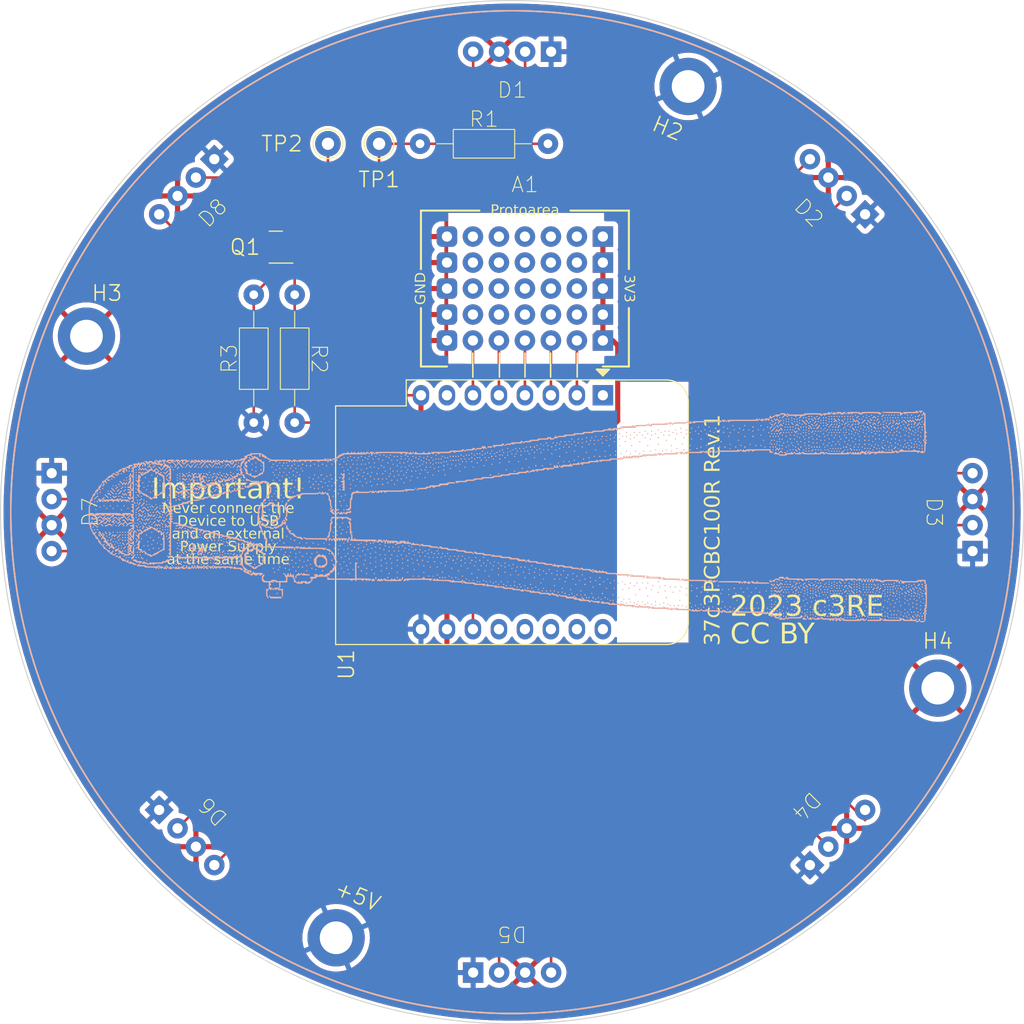
<source format=kicad_pcb>
(kicad_pcb (version 20221018) (generator pcbnew)
  (layers (0 "F.Cu" signal) (31 "B.Cu" signal) (34 "B.Paste" user) (35 "F.Paste" user) (36 "B.SilkS" user "B.Silkscreen") (37 "F.SilkS" user "F.Silkscreen") (38 "B.Mask" user) (39 "F.Mask" user) (44 "Edge.Cuts" user))
  (net 0 "")
  (net 2 "Net-(A1-Vin)")
  (net 3 "Net-(U1-A0)")
  (net 9 "Net-(U1-D0)")
  (net 10 "Net-(Q1-S)")
  (net 11 "/Dout")
  (net 12 "GND")
  (net 13 "+5V")
  (net 14 "/Din")
  (net 15 "Net-(D1-DIN)")
  (net 16 "Net-(D1-DOUT)")
  (net 17 "Net-(D2-DOUT)")
  (net 18 "Net-(D3-DOUT)")
  (net 19 "Net-(D4-DOUT)")
  (net 20 "Net-(D5-DOUT)")
  (net 21 "Net-(D6-DOUT)")
  (net 22 "Net-(D7-DOUT)")
  (net 23 "Net-(U1-MISO{slash}D6)")
  (net 24 "Net-(U1-MOSI{slash}D7)")
  (net 25 "Net-(U1-SCK{slash}D5)")
  (footprint "R_combi:1206_combi_handsolder" (layer "F.Cu") (at 147.25 64)
    (fp_text reference "R1" (at 0 -2.4 unlocked) (layer "F.SilkS") (effects (font (size 1.5 1.5) (thickness 0.1))))
    (fp_text value "100")
    (pad "1" thru_hole circle (at -6.25 0) (size 2 2) (drill 0.85) (layers "*.Cu" "*.Mask") (net 14 "/Din"))
    (pad "1" smd roundrect (at -1.55 0) (size 1.3 1.75) (layers "F.Cu" "F.Paste" "F.Mask") (roundrect_rratio 0.1640419948) (net 14 "/Din"))
    (pad "2" smd roundrect (at 1.55 0) (size 1.3 1.75) (layers "F.Cu" "F.Paste" "F.Mask") (roundrect_rratio 0.1640419948) (net 15 "Net-(D1-DIN)"))
    (pad "2" thru_hole circle (at 6.25 0) (size 2 2) (drill 0.85) (layers "*.Cu" "*.Mask") (net 15 "Net-(D1-DIN)"))
  )
  (footprint "R_combi:1206_combi_handsolder" (layer "F.Cu") (at 128.75 85 -90)
    (fp_text reference "R2" (at 0 -2.4 -90 unlocked) (layer "F.SilkS") (effects (font (size 1.5 1.5) (thickness 0.1))))
    (fp_text value "R")
    (pad "1" thru_hole circle (at -6.25 0 270) (size 2 2) (drill 0.85) (layers "*.Cu" "*.Mask") (net 2 "Net-(A1-Vin)"))
    (pad "1" smd roundrect (at -1.55 0 270) (size 1.3 1.75) (layers "F.Cu" "F.Paste" "F.Mask") (roundrect_rratio 0.1640419948) (net 2 "Net-(A1-Vin)"))
    (pad "2" smd roundrect (at 1.55 0 270) (size 1.3 1.75) (layers "F.Cu" "F.Paste" "F.Mask") (roundrect_rratio 0.1640419948) (net 10 "Net-(Q1-S)"))
    (pad "2" thru_hole circle (at 6.25 0 270) (size 2 2) (drill 0.85) (layers "*.Cu" "*.Mask") (net 10 "Net-(Q1-S)"))
  )
  (footprint "WS2812_THT:WS2812_THT" (layer "F.Cu") (at 181.8 131.8 -135)
    (fp_text reference "D4" (at 0 4.313351 -135 unlocked) (layer "F.SilkS") (effects (font (size 1.5 1.5) (thickness 0.1))))
    (fp_text value "WS2812B")
    (pad "1" thru_hole rect (at 3.81 0 225) (size 2 2) (drill 1) (layers "*.Cu" "*.Mask") (net 13 "+5V"))
    (pad "2" thru_hole circle (at 1.27 0 225) (size 2 2) (drill 1) (layers "*.Cu" "*.Mask") (net 19 "Net-(D4-DOUT)"))
    (pad "3" thru_hole circle (at -1.27 0 225) (size 2 2) (drill 1) (layers "*.Cu" "*.Mask") (net 12 "GND"))
    (pad "4" thru_hole circle (at -3.81 0 225) (size 2 2) (drill 1) (layers "*.Cu" "*.Mask") (net 18 "Net-(D3-DOUT)"))
  )
  (footprint "MountingHole:MountingHole_3.2mm_M3_DIN965_Pad" (layer "F.Cu") (at 167.2 58.4 -22.5)
    (fp_text reference "H2" (at -0.278757 4.553273 157.5) (layer "F.SilkS") (effects (font (size 1.5 1.5))))
    (fp_text value "+5V")
    (pad "1" thru_hole circle (at 0 0 337.5) (size 5.6 5.6) (drill 3.2) (layers "*.Cu" "*.Mask") (net 13 "+5V"))
  )
  (footprint "WS2812_THT:WS2812_THT" (layer "F.Cu") (at 105 100 90)
    (fp_text reference "D7" (at 0 3.75 90 unlocked) (layer "F.SilkS") (effects (font (size 1.5 1.5) (thickness 0.1))))
    (fp_text value "WS2812B")
    (pad "1" thru_hole rect (at 3.81 0 90) (size 2 2) (drill 1) (layers "*.Cu" "*.Mask") (net 13 "+5V"))
    (pad "2" thru_hole circle (at 1.27 0 90) (size 2 2) (drill 1) (layers "*.Cu" "*.Mask") (net 22 "Net-(D7-DOUT)"))
    (pad "3" thru_hole circle (at -1.27 0 90) (size 2 2) (drill 1) (layers "*.Cu" "*.Mask") (net 12 "GND"))
    (pad "4" thru_hole circle (at -3.81 0 90) (size 2 2) (drill 1) (layers "*.Cu" "*.Mask") (net 21 "Net-(D6-DOUT)"))
  )
  (footprint "Logo:c3RE_Logo_12mm_F.Mask" (layer "F.Cu") (at 172.3 78.2)
    (fp_text reference "REF**" hide)
    (fp_text value "c3RE_Logo_12mm_F.Mask")
  )
  (footprint "Module:WEMOS_D1_mini_light" (layer "F.Cu") (at 158.87 88.58 -90)
    (fp_text reference "U1" (at 26.32 25.07 90) (layer "F.SilkS") (effects (font (size 1.5 1.5))))
    (fp_text value "WeMos_D1_mini")
    (pad "1" thru_hole rect (at 0 0 270) (size 2 2) (drill 1) (layers "*.Cu" "*.Mask"))
    (pad "2" thru_hole oval (at 0 2.54 270) (size 2 1.6) (drill 1) (layers "*.Cu" "*.Mask") (net 3 "Net-(U1-A0)"))
    (pad "3" thru_hole oval (at 0 5.08 270) (size 2 1.6) (drill 1) (layers "*.Cu" "*.Mask") (net 9 "Net-(U1-D0)"))
    (pad "4" thru_hole oval (at 0 7.62 270) (size 2 1.6) (drill 1) (layers "*.Cu" "*.Mask") (net 25 "Net-(U1-SCK{slash}D5)"))
    (pad "5" thru_hole oval (at 0 10.16 270) (size 2 1.6) (drill 1) (layers "*.Cu" "*.Mask") (net 23 "Net-(U1-MISO{slash}D6)"))
    (pad "6" thru_hole oval (at 0 12.7 270) (size 2 1.6) (drill 1) (layers "*.Cu" "*.Mask") (net 24 "Net-(U1-MOSI{slash}D7)"))
    (pad "7" thru_hole oval (at 0 15.24 270) (size 2 1.6) (drill 1) (layers "*.Cu" "*.Mask"))
    (pad "8" thru_hole oval (at 0 17.78 270) (size 2 1.6) (drill 1) (layers "*.Cu" "*.Mask") (net 2 "Net-(A1-Vin)"))
    (pad "9" thru_hole oval (at 22.86 17.78 270) (size 2 1.6) (drill 1) (layers "*.Cu" "*.Mask") (net 13 "+5V"))
    (pad "10" thru_hole oval (at 22.86 15.24 270) (size 2 1.6) (drill 1) (layers "*.Cu" "*.Mask") (net 12 "GND"))
    (pad "11" thru_hole oval (at 22.86 12.7 270) (size 2 1.6) (drill 1) (layers "*.Cu" "*.Mask") (net 10 "Net-(Q1-S)"))
    (pad "12" thru_hole oval (at 22.86 10.16 270) (size 2 1.6) (drill 1) (layers "*.Cu" "*.Mask"))
    (pad "13" thru_hole oval (at 22.86 7.62 270) (size 2 1.6) (drill 1) (layers "*.Cu" "*.Mask"))
    (pad "14" thru_hole oval (at 22.86 5.08 270) (size 2 1.6) (drill 1) (layers "*.Cu" "*.Mask"))
    (pad "15" thru_hole oval (at 22.86 2.54 270) (size 2 1.6) (drill 1) (layers "*.Cu" "*.Mask"))
    (pad "16" thru_hole oval (at 22.86 0 270) (size 2 1.6) (drill 1) (layers "*.Cu" "*.Mask"))
  )
  (footprint "WS2812_THT:WS2812_THT" (layer "F.Cu") (at 150 145 180)
    (fp_text reference "D5" (at 0 3.75 180 unlocked) (layer "F.SilkS") (effects (font (size 1.5 1.5) (thickness 0.1))))
    (fp_text value "WS2812B")
    (pad "1" thru_hole rect (at 3.81 0 180) (size 2 2) (drill 1) (layers "*.Cu" "*.Mask") (net 13 "+5V"))
    (pad "2" thru_hole circle (at 1.27 0 180) (size 2 2) (drill 1) (layers "*.Cu" "*.Mask") (net 20 "Net-(D5-DOUT)"))
    (pad "3" thru_hole circle (at -1.27 0 180) (size 2 2) (drill 1) (layers "*.Cu" "*.Mask") (net 12 "GND"))
    (pad "4" thru_hole circle (at -3.81 0 180) (size 2 2) (drill 1) (layers "*.Cu" "*.Mask") (net 19 "Net-(D4-DOUT)"))
  )
  (footprint "MountingHole:MountingHole_3.2mm_M3_DIN965_Pad" (layer "F.Cu") (at 108.4 82.8)
    (fp_text reference "H3" (at 2 -4.2) (layer "F.SilkS") (effects (font (size 1.5 1.5))))
    (fp_text value "GND")
    (pad "1" thru_hole circle (at 0 0) (size 5.6 5.6) (drill 3.2) (layers "*.Cu" "*.Mask") (net 12 "GND"))
  )
  (footprint "Symbol:OSHW-Symbol_13.4x12mm_SilkScreen" (layer "F.Cu") (at 150 124)
    (fp_text reference "REF**" hide)
    (fp_text value "OSHW-Symbol_13.4x12mm_SilkScreen" hide)
  )
  (footprint "Symbol:OSHW-Symbol_13.4x12mm_Copper" (layer "F.Cu") (at 150 124)
    (fp_text reference "REF**" hide)
    (fp_text value "OSHW-Symbol_13.4x12mm_Copper" hide)
    (fp_poly (pts (xy 1.119803 -5.09936) (xy 1.288676 -4.203573) (xy 1.911796 -3.946702) (xy 2.534916 -3.689832) (xy 3.282453 -4.198151) (xy 3.491802 -4.339684) (xy 3.681043 -4.466055) (xy 3.841343 -4.571493) (xy 3.963874 -4.65023) (xy 4.039802 -4.696495) (xy 4.06048 -4.706471) (xy 4.097731 -4.680814) (xy 4.177332 -4.609885) (xy 4.290361 -4.502743) (xy 4.427895 -4.36845) (xy 4.581012 -4.216066) (xy 4.740789 -4.054653) (xy 4.898305 -3.89327) (xy 5.044637 -3.740978) (xy 5.170863 -3.606838) (xy 5.26806 -3.499911) (xy 5.327307 -3.429258) (xy 5.341471 -3.405612) (xy 5.321087 -3.362021) (xy 5.263941 -3.266519) (xy 5.176041 -3.12845) (xy 5.063396 -2.957155) (xy 4.932013 -2.761975) (xy 4.855882 -2.650648) (xy 4.717118 -2.447367) (xy 4.593811 -2.263927) (xy 4.491945 -2.109458) (xy 4.417501 -1.993091) (xy 4.376461 -1.923958) (xy 4.370294 -1.90943) (xy 4.384274 -1.86814) (xy 4.422382 -1.771908) (xy 4.478867 -1.634266) (xy 4.54798 -1.468742) (xy 4.62397 -1.288868) (xy 4.701089 -1.108172) (xy 4.773585 -0.940186) (xy 4.835709 -0.79844) (xy 4.881712 -0.696463) (xy 4.905843 -0.647786) (xy 4.907267 -0.64587) (xy 4.945158 -0.636575) (xy 5.046069 -0.61584) (xy 5.19954 -0.585702) (xy 5.395112 -0.548199) (xy 5.622325 -0.505371) (xy 5.754891 -0.480674) (xy 5.997679 -0.434447) (xy 6.216974 -0.39046) (xy 6.401681 -0.351119) (xy 6.540705 -0.318831) (xy 6.622952 -0.296003) (xy 6.639485 -0.28876) (xy 6.655678 -0.239739) (xy 6.668744 -0.129023) (xy 6.678691 0.030438) (xy 6.685528 0.2257) (xy 6.689264 0.443814) (xy 6.689907 0.671835) (xy 6.687468 0.896815) (xy 6.681953 1.105809) (xy 6.673374 1.285868) (xy 6.661737 1.424047) (xy 6.647052 1.507398) (xy 6.638245 1.52475) (xy 6.585599 1.545548) (xy 6.474043 1.575282) (xy 6.318335 1.610459) (xy 6.133229 1.647586) (xy 6.068613 1.659597) (xy 5.757071 1.716662) (xy 5.510976 1.762618) (xy 5.322195 1.799293) (xy 5.182598 1.828513) (xy 5.084052 1.852104) (xy 5.018426 1.871892) (xy 4.977589 1.889706) (xy 4.953409 1.90737) (xy 4.950026 1.910861) (xy 4.916255 1.9671) (xy 4.864737 2.076547) (xy 4.800617 2.2258) (xy 4.729039 2.401459) (xy 4.655146 2.590121) (xy 4.584083 2.778385) (xy 4.520993 2.952848) (xy 4.471021 3.100108) (xy 4.439312 3.206764) (xy 4.431008 3.259413) (xy 4.4317 3.261257) (xy 4.459836 3.304292) (xy 4.523665 3.398978) (xy 4.61648 3.53546) (xy 4.731573 3.703882) (xy 4.862237 3.89439) (xy 4.899448 3.948529) (xy 5.032129 4.144804) (xy 5.148883 4.323886) (xy 5.243349 4.475492) (xy 5.309168 4.589338) (xy 5.339978 4.655141) (xy 5.341471 4.663225) (xy 5.315584 4.705715) (xy 5.244054 4.789891) (xy 5.136076 4.906705) (xy 5.000846 5.04711) (xy 4.847558 5.202061) (xy 4.685409 5.362509) (xy 4.523593 5.519409) (xy 4.371306 5.663713) (xy 4.237743 5.786376) (xy 4.1321 5.87835) (xy 4.063572 5.930589) (xy 4.044614 5.939118) (xy 4.000487 5.919029) (xy 3.910142 5.864849) (xy 3.788295 5.785704) (xy 3.694546 5.722001) (xy 3.524678 5.60511) (xy 3.323512 5.467476) (xy 3.121733 5.330063) (xy 3.01325 5.256519) (xy 2.646058 5.008155) (xy 2.337826 5.174813) (xy 2.197404 5.247822) (xy 2.077996 5.304571) (xy 1.997202 5.336937) (xy 1.976636 5.341441) (xy 1.951906 5.308189) (xy 1.903118 5.214224) (xy 1.833913 5.068213) (xy 1.747935 4.878824) (xy 1.648824 4.654724) (xy 1.540224 4.404581) (xy 1.425775 4.137063) (xy 1.30912 3.860836) (xy 1.193901 3.584568) (xy 1.08376 3.316927) (xy 0.982339 3.06658) (xy 0.89328 2.842195) (xy 0.820225 2.652439) (xy 0.766816 2.50598) (xy 0.736695 2.411485) (xy 0.731851 2.379031) (xy 0.770245 2.337636) (xy 0.854308 2.270438) (xy 0.966467 2.1914) (xy 0.975881 2.185147) (xy 1.265768 1.953103) (xy 1.499512 1.682386) (xy 1.675087 1.381653) (xy 1.790469 1.059561) (xy 1.84363 0.724765) (xy 1.832547 0.385922) (xy 1.755192 0.051688) (xy 1.60954 -0.269281) (xy 1.566688 -0.339505) (xy 1.343802 -0.623073) (xy 1.080491 -0.850782) (xy 0.785865 -1.021449) (xy 0.469041 -1.133888) (xy 0.13913 -1.186917) (xy -0.194754 -1.179349) (xy -0.523497 -1.110002) (xy -0.837986 -0.977691) (xy -1.129107 -0.781232) (xy -1.21916 -0.701494) (xy -1.448347 -0.451892) (xy -1.615354 -0.189132) (xy -1.729915 0.105399) (xy -1.793719 0.397075) (xy -1.80947 0.725012) (xy -1.756949 1.054577) (xy -1.64149 1.37463) (xy -1.468429 1.674032) (xy -1.243101 1.941643) (xy -0.97084 2.166325) (xy -0.935058 2.190008) (xy -0.821698 2.267568) (xy -0.735522 2.334768) (xy -0.694323 2.377675) (xy -0.693724 2.379031) (xy -0.702569 2.425446) (xy -0.737631 2.530786) (xy -0.795267 2.686388) (xy -0.871834 2.883584) (xy -0.963686 3.11371) (xy -1.067183 3.368101) (xy -1.178679 3.63809) (xy -1.294532 3.915012) (xy -1.411097 4.190201) (xy -1.524733 4.454993) (xy -1.631794 4.700721) (xy -1.728638 4.918721) (xy -1.811621 5.100326) (xy -1.877099 5.236871) (xy -1.921431 5.31969) (xy -1.939283 5.341441) (xy -1.993834 5.324504) (xy -2.095905 5.279077) (xy -2.227895 5.21328) (xy -2.300474 5.174813) (xy -2.608705 5.008155) (xy -2.975897 5.256519) (xy -3.16334 5.383754) (xy -3.368557 5.523773) (xy -3.560867 5.655612) (xy -3.657193 5.722001) (xy -3.792673 5.812976) (xy -3.907393 5.885071) (xy -3.986388 5.929154) (xy -4.012046 5.938473) (xy -4.049391 5.913334) (xy -4.132042 5.843154) (xy -4.251985 5.73522) (xy -4.401209 5.596818) (xy -4.571699 5.435235) (xy -4.679526 5.331488) (xy -4.868172 5.146135) (xy -5.031205 4.980351) (xy -5.162032 4.841227) (xy -5.254065 4.735856) (xy -5.300713 4.671329) (xy -5.305188 4.658234) (xy -5.28442 4.608425) (xy -5.227031 4.507713) (xy -5.139387 4.366295) (xy -5.027854 4.194367) (xy -4.898797 4.002124) (xy -4.862096 3.948529) (xy -4.728368 3.753733) (xy -4.608393 3.578353) (xy -4.508879 3.432243) (xy -4.436533 3.325258) (xy -4.398064 3.267255) (xy -4.394347 3.261257) (xy -4.399905 3.215032) (xy -4.429407 3.113398) (xy -4.477709 2.969758) (xy -4.539667 2.797514) (xy -4.610137 2.610066) (xy -4.683975 2.420818) (xy -4.756037 2.243171) (xy -4.821178 2.090527) (xy -4.874255 1.976288) (xy -4.910123 1.913856) (xy -4.912673 1.910861) (xy -4.934606 1.893019) (xy -4.971652 1.875374) (xy -5.031941 1.856101) (xy -5.123604 1.833374) (xy -5.254774 1.805364) (xy -5.433582 1.770247) (xy -5.668158 1.726195) (xy -5.966635 1.671382) (xy -6.03126 1.659597) (xy -6.222794 1.622591) (xy -6.389769 1.586389) (xy -6.517432 1.554485) (xy -6.591024 1.530372) (xy -6.600892 1.52475) (xy -6.617153 1.47491) (xy -6.63037 1.363532) (xy -6.640536 1.203563) (xy -6.64764 1.00795) (xy -6.651674 0.78964) (xy -6.65263 0.561579) (xy -6.650498 0.336714) (xy -6.645269 0.127991) (xy -6.636935 -0.051642) (xy -6.625487 -0.189238) (xy -6.610916 -0.271852) (xy -6.602132 -0.28876) (xy -6.55323 -0.305816) (xy -6.441873 -0.333564) (xy -6.279156 -0.369597) (xy -6.076174 -0.411507) (xy -5.844021 -0.456889) (xy -5.717538 -0.480674) (xy -5.477555 -0.525535) (xy -5.263549 -0.566175) (xy -5.085978 -0.600554) (xy -4.955302 -0.626635) (xy -4.881982 -0.642379) (xy -4.869915 -0.64587) (xy -4.849519 -0.685221) (xy -4.806406 -0.780007) (xy -4.746321 -0.916685) (xy -4.675013 -1.081714) (xy -4.598227 -1.261553) (xy -4.52171 -1.44266) (xy -4.45121 -1.611493) (xy -4.392473 -1.754512) (xy -4.351246 -1.858174) (xy -4.333276 -1.908939) (xy -4.332941 -1.911158) (xy -4.353313 -1.951204) (xy -4.410427 -2.043361) (xy -4.498279 -2.178467) (xy -4.610867 -2.347365) (xy -4.742189 -2.540895) (xy -4.818529 -2.652059) (xy -4.957636 -2.855884) (xy -5.081188 -3.040937) (xy -5.183158 -3.197854) (xy -5.257517 -3.317276) (xy -5.298237 -3.38984) (xy -5.304118 -3.406107) (xy -5.278837 -3.44397) (xy -5.208948 -3.524814) (xy -5.103377 -3.639581) (xy -4.971052 -3.779215) (xy -4.820901 -3.934658) (xy -4.661852 -4.096854) (xy -4.502833 -4.256746) (xy -4.352771 -4.405276) (xy -4.220594 -4.533387) (xy -4.11523 -4.632023) (xy -4.045607 -4.692127) (xy -4.022315 -4.706471) (xy -3.98439 -4.686301) (xy -3.893683 -4.629637) (xy -3.759011 -4.542247) (xy -3.589195 -4.4299) (xy -3.393054 -4.298362) (xy -3.2451 -4.198151) (xy -2.497564 -3.689832) (xy -1.874444 -3.946702) (xy -1.251324 -4.203573) (xy -0.913576 -5.995147) (xy 0.950929 -5.995147) (xy 1.119803 -5.09936)) (stroke (width 0.01)) (fill solid) (layer "F.Cu"))
  )
  (footprint "WS2812_THT:WS2812_THT" (layer "F.Cu") (at 118.2 68.2 45)
    (fp_text reference "D8" (at 0 3.606245 45 unlocked) (layer "F.SilkS") (effects (font (size 1.5 1.5) (thickness 0.1))))
    (fp_text value "WS2812B")
    (pad "1" thru_hole rect (at 3.81 0 45) (size 2 2) (drill 1) (layers "*.Cu" "*.Mask") (net 13 "+5V"))
    (pad "2" thru_hole circle (at 1.27 0 45) (size 2 2) (drill 1) (layers "*.Cu" "*.Mask") (net 11 "/Dout"))
    (pad "3" thru_hole circle (at -1.27 0 45) (size 2 2) (drill 1) (layers "*.Cu" "*.Mask") (net 12 "GND"))
    (pad "4" thru_hole circle (at -3.81 0 45) (size 2 2) (drill 1) (layers "*.Cu" "*.Mask") (net 22 "Net-(D7-DOUT)"))
  )
  (footprint "Package_TO_SOT_SMD:SOT-23" (layer "F.Cu") (at 126.9 74.1 180)
    (fp_text reference "Q1" (at 3 0) (layer "F.SilkS") (effects (font (size 1.5 1.5))))
    (fp_text value "BSS138")
    (pad "1" smd roundrect (at -0.9375 -0.95 180) (size 1.475 0.6) (layers "F.Cu" "F.Paste" "F.Mask") (net 2 "Net-(A1-Vin)"))
    (pad "2" smd roundrect (at -0.9375 0.95 180) (size 1.475 0.6) (layers "F.Cu" "F.Paste" "F.Mask") (net 10 "Net-(Q1-S)"))
    (pad "3" smd roundrect (at 0.9375 0 180) (size 1.475 0.6) (layers "F.Cu" "F.Paste" "F.Mask") (net 14 "/Din"))
  )
  (footprint "TestPoint:TestPoint_THTPad_D2.5mm_Drill1.2mm" (layer "F.Cu") (at 132 64)
    (fp_text reference "TP2" (at -4.5 0) (layer "F.SilkS") (effects (font (size 1.5 1.5))))
    (fp_text value "Dout")
    (pad "1" thru_hole circle (at 0 0) (size 2.5 2.5) (drill 1.2) (layers "*.Cu" "*.Mask") (net 11 "/Dout"))
  )
  (footprint "WS2812_THT:WS2812_THT" (layer "F.Cu") (at 195 100 -90)
    (fp_text reference "D3" (at 0 3.75 -90 unlocked) (layer "F.SilkS") (effects (font (size 1.5 1.5) (thickness 0.1))))
    (fp_text value "WS2812B")
    (pad "1" thru_hole rect (at 3.81 0 270) (size 2 2) (drill 1) (layers "*.Cu" "*.Mask") (net 13 "+5V"))
    (pad "2" thru_hole circle (at 1.27 0 270) (size 2 2) (drill 1) (layers "*.Cu" "*.Mask") (net 18 "Net-(D3-DOUT)"))
    (pad "3" thru_hole circle (at -1.27 0 270) (size 2 2) (drill 1) (layers "*.Cu" "*.Mask") (net 12 "GND"))
    (pad "4" thru_hole circle (at -3.81 0 270) (size 2 2) (drill 1) (layers "*.Cu" "*.Mask") (net 17 "Net-(D2-DOUT)"))
  )
  (footprint "WS2812_THT:WS2812_THT" (layer "F.Cu") (at 150 55)
    (fp_text reference "D1" (at 0 3.75 unlocked) (layer "F.SilkS") (effects (font (size 1.5 1.5) (thickness 0.1))))
    (fp_text value "WS2812B")
    (pad "1" thru_hole rect (at 3.81 0) (size 2 2) (drill 1) (layers "*.Cu" "*.Mask") (net 13 "+5V"))
    (pad "2" thru_hole circle (at 1.27 0) (size 2 2) (drill 1) (layers "*.Cu" "*.Mask") (net 16 "Net-(D1-DOUT)"))
    (pad "3" thru_hole circle (at -1.27 0) (size 2 2) (drill 1) (layers "*.Cu" "*.Mask") (net 12 "GND"))
    (pad "4" thru_hole circle (at -3.81 0) (size 2 2) (drill 1) (layers "*.Cu" "*.Mask") (net 15 "Net-(D1-DIN)"))
  )
  (footprint "WS2812_THT:WS2812_THT" (layer "F.Cu") (at 181.8 68.2 -45)
    (fp_text reference "D2" (at -0.176777 3.783021 -45 unlocked) (layer "F.SilkS") (effects (font (size 1.5 1.5) (thickness 0.1))))
    (fp_text value "WS2812B")
    (pad "1" thru_hole rect (at 3.81 0 315) (size 2 2) (drill 1) (layers "*.Cu" "*.Mask") (net 13 "+5V"))
    (pad "2" thru_hole circle (at 1.27 0 315) (size 2 2) (drill 1) (layers "*.Cu" "*.Mask") (net 17 "Net-(D2-DOUT)"))
    (pad "3" thru_hole circle (at -1.27 0 315) (size 2 2) (drill 1) (layers "*.Cu" "*.Mask") (net 12 "GND"))
    (pad "4" thru_hole circle (at -3.81 0 315) (size 2 2) (drill 1) (layers "*.Cu" "*.Mask") (net 16 "Net-(D1-DOUT)"))
  )
  (footprint "R_combi:1206_combi_handsolder" (layer "F.Cu") (at 124.75 85 90)
    (fp_text reference "R3" (at 0 -2.4 90 unlocked) (layer "F.SilkS") (effects (font (size 1.5 1.5) (thickness 0.1))))
    (fp_text value "R")
    (pad "1" thru_hole circle (at -6.25 0 90) (size 2 2) (drill 0.85) (layers "*.Cu" "*.Mask") (net 13 "+5V"))
    (pad "1" smd roundrect (at -1.55 0 90) (size 1.3 1.75) (layers "F.Cu" "F.Paste" "F.Mask") (roundrect_rratio 0.1640419948) (net 13 "+5V"))
    (pad "2" smd roundrect (at 1.55 0 90) (size 1.3 1.75) (layers "F.Cu" "F.Paste" "F.Mask") (roundrect_rratio 0.1640419948) (net 14 "/Din"))
    (pad "2" thru_hole circle (at 6.25 0 90) (size 2 2) (drill 0.85) (layers "*.Cu" "*.Mask") (net 14 "/Din"))
  )
  (footprint "MountingHole:MountingHole_3.2mm_M3_DIN965_Pad" (layer "F.Cu") (at 132.8 141.6 157.5)
    (fp_text reference "H1" hide)
    (fp_text value "+5V" (at -0.371145 4.591541 157.5) (layer "F.SilkS") (effects (font (size 1.5 1.5))))
    (pad "1" thru_hole circle (at 0 0 157.5) (size 5.6 5.6) (drill 3.2) (layers "*.Cu" "*.Mask") (net 13 "+5V"))
  )
  (footprint "TestPoint:TestPoint_THTPad_D2.5mm_Drill1.2mm" (layer "F.Cu") (at 137 64)
    (fp_text reference "TP1" (at 0 3.5) (layer "F.SilkS") (effects (font (size 1.5 1.5))))
    (fp_text value "Din")
    (pad "1" thru_hole circle (at 0 0) (size 2.5 2.5) (drill 1.2) (layers "*.Cu" "*.Mask") (net 14 "/Din"))
  )
  (footprint "Proto:Protoarea" (layer "F.Cu") (at 151.25 78.15)
    (fp_text reference "A1" (at 0 -10.16 unlocked) (layer "F.SilkS") (effects (font (size 1.5 1.5) (thickness 0.1))))
    (fp_text value "~")
    (fp_text user "GND" (at -10.16 0 90 unlocked) (layer "F.SilkS") (effects (font (thickness 0.1))))
    (fp_text user "Protoarea" (at 0 -7.62 unlocked) (layer "F.SilkS") (effects (font (thickness 0.1))))
    (fp_text user "3V3" (at 10.16 0 270 unlocked) (layer "F.SilkS") (effects (font (thickness 0.1))))
    (pad "" thru_hole circle (at -5.08 -5.08) (size 2 2) (drill 1) (layers "*.Cu" "*.Mask"))
    (pad "" thru_hole circle (at -5.08 -2.54) (size 2 2) (drill 1) (layers "*.Cu" "*.Mask"))
    (pad "" thru_hole circle (at -5.08 0) (size 2 2) (drill 1) (layers "*.Cu" "*.Mask"))
    (pad "" thru_hole circle (at -5.08 2.54) (size 2 2) (drill 1) (layers "*.Cu" "*.Mask"))
    (pad "" thru_hole circle (at -2.54 -5.08) (size 2 2) (drill 1) (layers "*.Cu" "*.Mask"))
    (pad "" thru_hole circle (at -2.54 -2.54) (size 2 2) (drill 1) (layers "*.Cu" "*.Mask"))
    (pad "" thru_hole circle (at -2.54 0) (size 2 2) (drill 1) (layers "*.Cu" "*.Mask"))
    (pad "" thru_hole circle (at -2.54 2.54) (size 2 2) (drill 1) (layers "*.Cu" "*.Mask"))
    (pad "" thru_hole circle (at 0 -5.08) (size 2 2) (drill 1) (layers "*.Cu" "*.Mask"))
    (pad "" thru_hole circle (at 0 -2.54) (size 2 2) (drill 1) (layers "*.Cu" "*.Mask"))
    (pad "" thru_hole circle (at 0 0) (size 2 2) (drill 1) (layers "*.Cu" "*.Mask"))
    (pad "" thru_hole circle (at 0 2.54) (size 2 2) (drill 1) (layers "*.Cu" "*.Mask"))
    (pad "" thru_hole circle (at 2.54 -5.08) (size 2 2) (drill 1) (layers "*.Cu" "*.Mask"))
    (pad "" thru_hole circle (at 2.54 -2.54) (size 2 2) (drill 1) (layers "*.Cu" "*.Mask"))
    (pad "" thru_hole circle (at 2.54 0) (size 2 2) (drill 1) (layers "*.Cu" "*.Mask"))
    (pad "" thru_hole circle (at 2.54 2.54) (size 2 2) (drill 1) (layers "*.Cu" "*.Mask"))
    (pad "" thru_hole circle (at 5.08 -5.08) (size 2 2) (drill 1) (layers "*.Cu" "*.Mask"))
    (pad "" thru_hole circle (at 5.08 -2.54) (size 2 2) (drill 1) (layers "*.Cu" "*.Mask"))
    (pad "" thru_hole circle (at 5.08 0) (size 2 2) (drill 1) (layers "*.Cu" "*.Mask"))
    (pad "" thru_hole circle (at 5.08 2.54) (size 2 2) (drill 1) (layers "*.Cu" "*.Mask"))
    (pad "2" thru_hole circle (at 5.08 5.08) (size 2 2) (drill 1) (layers "*.Cu" "*.Mask") (net 3 "Net-(U1-A0)"))
    (pad "3" thru_hole circle (at 2.54 5.08) (size 2 2) (drill 1) (layers "*.Cu" "*.Mask") (net 9 "Net-(U1-D0)"))
    (pad "4" thru_hole circle (at 0 5.08) (size 2 2) (drill 1) (layers "*.Cu" "*.Mask") (net 25 "Net-(U1-SCK{slash}D5)"))
    (pad "5" thru_hole circle (at -2.54 5.08) (size 2 2) (drill 1) (layers "*.Cu" "*.Mask") (net 23 "Net-(U1-MISO{slash}D6)"))
    (pad "6" thru_hole circle (at -5.08 5.08) (size 2 2) (drill 1) (layers "*.Cu" "*.Mask") (net 24 "Net-(U1-MOSI{slash}D7)"))
    (pad "7" thru_hole roundrect (at 7.62 -5.08) (size 2 2) (drill 1) (layers "*.Cu" "*.Mask") (roundrect_rratio 0) (chamfer_ratio 0.2) (chamfer top_left) (net 2 "Net-(A1-Vin)"))
    (pad "7" thru_hole roundrect (at 7.62 -2.54) (size 2 2) (drill 1) (layers "*.Cu" "*.Mask") (roundrect_rratio 0) (chamfer_ratio 0.2) (chamfer top_left) (net 2 "Net-(A1-Vin)"))
    (pad "7" thru_hole roundrect (at 7.62 0) (size 2 2) (drill 1) (layers "*.Cu" "*.Mask") (roundrect_rratio 0) (chamfer_ratio 0.2) (chamfer top_left) (net 2 "Net-(A1-Vin)"))
    (pad "7" thru_hole roundrect (at 7.62 2.54) (size 2 2) (drill 1) (layers "*.Cu" "*.Mask") (roundrect_rratio 0) (chamfer_ratio 0.2) (chamfer top_left) (net 2 "Net-(A1-Vin)"))
    (pad "7" thru_hole roundrect (at 7.62 5.08) (size 2 2) (drill 1) (layers "*.Cu" "*.Mask") (roundrect_rratio 0) (chamfer_ratio 0.2) (chamfer top_left) (net 2 "Net-(A1-Vin)"))
    (pad "8" thru_hole roundrect (at -7.62 -5.08) (size 2 2) (drill 1) (layers "*.Cu" "*.Mask") (net 12 "GND"))
    (pad "8" thru_hole roundrect (at -7.62 -2.54) (size 2 2) (drill 1) (layers "*.Cu" "*.Mask") (net 12 "GND"))
    (pad "8" thru_hole roundrect (at -7.62 0) (size 2 2) (drill 1) (layers "*.Cu" "*.Mask") (net 12 "GND"))
    (pad "8" thru_hole roundrect (at -7.62 2.54) (size 2 2) (drill 1) (layers "*.Cu" "*.Mask") (net 12 "GND"))
    (pad "8" thru_hole roundrect (at -7.62 5.08) (size 2 2) (drill 1) (layers "*.Cu" "*.Mask") (net 12 "GND"))
  )
  (footprint "MountingHole:MountingHole_3.2mm_M3_DIN965_Pad" (layer "F.Cu") (at 191.6 117.2)
    (fp_text reference "H4" (at 0 -4.6) (layer "F.SilkS") (effects (font (size 1.5 1.5))))
    (fp_text value "GND")
    (pad "1" thru_hole circle (at 0 0) (size 5.6 5.6) (drill 3.2) (layers "*.Cu" "*.Mask") (net 12 "GND"))
  )
  (footprint "WS2812_THT:WS2812_THT" (layer "F.Cu") (at 118.2 131.8 135)
    (fp_text reference "D6" (at 0 3.606245 135 unlocked) (layer "F.SilkS") (effects (font (size 1.5 1.5) (thickness 0.1))))
    (fp_text value "WS2812B")
    (pad "1" thru_hole rect (at 3.81 0 135) (size 2 2) (drill 1) (layers "*.Cu" "*.Mask") (net 13 "+5V"))
    (pad "2" thru_hole circle (at 1.27 0 135) (size 2 2) (drill 1) (layers "*.Cu" "*.Mask") (net 21 "Net-(D6-DOUT)"))
    (pad "3" thru_hole circle (at -1.27 0 135) (size 2 2) (drill 1) (layers "*.Cu" "*.Mask") (net 12 "GND"))
    (pad "4" thru_hole circle (at -3.81 0 135) (size 2 2) (drill 1) (layers "*.Cu" "*.Mask") (net 20 "Net-(D5-DOUT)"))
  )
  (footprint "Logo:37c3_Logo" (layer "B.Cu") (at 150 100 -90)
    (fp_text reference "REF**" hide)
    (fp_text value "37c3_Logo")
  )
  (footprint "Logo:37c3_Logo_Text" (layer "B.Cu") (at 150 120.1 180)
    (fp_text reference "REF**" hide)
    (fp_text value "37c3_Logo_Text")
  )
  (gr_circle (center 150 100) (end 199.000102 100) (stroke (width 0.15)) (fill none) (layer "B.SilkS"))
  (gr_circle (center 150 100) (end 150.1 51) (stroke (width 0.15)) (fill none) (layer "F.SilkS"))
  (gr_line (start 148.76 84.46) (end 148.76 86.8) (stroke (width 0.15)) (layer "F.SilkS"))
  (gr_line (start 153.76 84.46) (end 153.76 86.8) (stroke (width 0.15)) (layer "F.SilkS"))
  (gr_line (start 156.36 84.46) (end 156.36 86.8) (stroke (width 0.15)) (layer "F.SilkS"))
  (gr_line (start 151.26 84.46) (end 151.26 86.8) (stroke (width 0.15)) (layer "F.SilkS"))
  (gr_line (start 146.16 84.46) (end 146.16 86.8) (stroke (width 0.15)) (layer "F.SilkS"))
  (gr_circle (center 150 100) (end 100 100) (stroke (width 0.1)) (fill none) (layer "Edge.Cuts"))
  (gr_text "Device to USB" (at 122.25 101.5) (layer "F.SilkS") (effects (font (size 1 1)) (justify bottom)))
  (gr_text "Power Supply" (at 122.25 104) (layer "F.SilkS") (effects (font (size 1 1)) (justify bottom)))
  (gr_text "and an external" (at 122.25 102.75) (layer "F.SilkS") (effects (font (size 1 1)) (justify bottom)))
  (gr_text "at the same time" (at 122.25 105.25) (layer "F.SilkS") (effects (font (size 1 1)) (justify bottom)))
  (gr_text "Never connect the" (at 122.25 100.25) (layer "F.SilkS") (effects (font (size 1 1)) (justify bottom)))
  (gr_text "Important!" (at 122.25 99) (layer "F.SilkS") (effects (font (size 2 2)) (justify bottom)))
  (gr_text "37c3PCBC100R Rev.1\n" (at 169.65 101.75 90) (layer "F.SilkS") (effects (font (size 1.5 1.5))))
  (gr_text "CC BY" (at 171.3 112) (layer "F.SilkS") (effects (font (size 2 2)) (justify left)))
  (gr_text "2023 c3RE" (at 171.3 109.3) (layer "F.SilkS") (effects (font (size 2 2)) (justify left)))
  (segment (start 141.09 88.58) (end 141.09 91.8) (width 0.5) (layer "F.Cu") (net 2))
  (segment (start 128.75 75.9625) (end 128.75 78.75) (width 0.25) (layer "F.Cu") (net 2))
  (segment (start 158.87 78.15) (end 158.87 80.69) (width 0.5) (layer "F.Cu") (net 2))
  (segment (start 158.87 83.23) (end 159.83 83.23) (width 0.25) (layer "F.Cu") (net 2))
  (segment (start 131.7 83.45) (end 132.25 84) (width 0.25) (layer "F.Cu") (net 2))
  (segment (start 127.8375 75.05) (end 128.75 75.9625) (width 0.25) (layer "F.Cu") (net 2))
  (segment (start 159.83 83.23) (end 160.32 83.72) (width 0.5) (layer "F.Cu") (net 2))
  (segment (start 158.87 73.07) (end 158.87 75.61) (width 0.5) (layer "F.Cu") (net 2))
  (segment (start 128.75 83.45) (end 128.75 78.75) (width 0.25) (layer "F.Cu") (net 2))
  (segment (start 132.83 88.58) (end 141.09 88.58) (width 0.25) (layer "F.Cu") (net 2))
  (segment (start 158.87 80.69) (end 158.87 83.23) (width 0.5) (layer "F.Cu") (net 2))
  (segment (start 159.6 91.8) (end 160.32 91.08) (width 0.5) (layer "F.Cu") (net 2))
  (segment (start 132.25 88) (end 132.83 88.58) (width 0.25) (layer "F.Cu") (net 2))
  (segment (start 128.75 83.45) (end 131.7 83.45) (width 0.25) (layer "F.Cu") (net 2))
  (segment (start 158.87 75.61) (end 158.87 78.15) (width 0.5) (layer "F.Cu") (net 2))
  (segment (start 141.09 91.8) (end 159.6 91.8) (width 0.5) (layer "F.Cu") (net 2))
  (segment (start 160.32 91.08) (end 160.32 83.72) (width 0.5) (layer "F.Cu") (net 2))
  (segment (start 132.25 84) (end 132.25 88) (width 0.25) (layer "F.Cu") (net 2))
  (segment (start 156.33 88.58) (end 156.33 83.23) (width 0.25) (layer "F.Cu") (net 3))
  (segment (start 153.79 88.58) (end 153.79 83.23) (width 0.25) (layer "F.Cu") (net 9))
  (segment (start 127.8375 73.15) (end 127.8375 73.63425) (width 0.25) (layer "F.Cu") (net 10))
  (segment (start 145.25 92.375) (end 139.625 92.375) (width 0.25) (layer "F.Cu") (net 10))
  (segment (start 146.17 93.295) (end 145.25 92.375) (width 0.25) (layer "F.Cu") (net 10))
  (segment (start 126.775 86.025) (end 127.3 86.55) (width 0.25) (layer "F.Cu") (net 10))
  (segment (start 127.3 86.55) (end 128.75 86.55) (width 0.25) (layer "F.Cu") (net 10))
  (segment (start 128.75 91.25) (end 128.75 86.55) (width 0.25) (layer "F.Cu") (net 10))
  (segment (start 146.17 111.44) (end 146.17 93.295) (width 0.25) (layer "F.Cu") (net 10))
  (segment (start 127.8375 73.63425) (end 126.775 74.69675) (width 0.25) (layer "F.Cu") (net 10))
  (segment (start 138.5 91.25) (end 128.75 91.25) (width 0.25) (layer "F.Cu") (net 10))
  (segment (start 126.775 74.69675) (end 126.775 86.025) (width 0.25) (layer "F.Cu") (net 10))
  (segment (start 139.625 92.375) (end 138.5 91.25) (width 0.25) (layer "F.Cu") (net 10))
  (segment (start 119.098026 67.301974) (end 131.448026 67.301974) (width 0.25) (layer "F.Cu") (net 11))
  (segment (start 131.448026 67.301974) (end 132 66.75) (width 0.25) (layer "F.Cu") (net 11))
  (segment (start 132 66.75) (end 132 64) (width 0.25) (layer "F.Cu") (net 11))
  (segment (start 124.75 86.55) (end 124.75 91.25) (width 0.25) (layer "F.Cu") (net 13))
  (segment (start 125.9625 74.1) (end 125.9625 77.5375) (width 0.25) (layer "F.Cu") (net 14))
  (segment (start 124.75 83.45) (end 124.75 78.75) (width 0.25) (layer "F.Cu") (net 14))
  (segment (start 137 67.25) (end 137 64) (width 0.25) (layer "F.Cu") (net 14))
  (segment (start 126.498026 67.751974) (end 136.498026 67.751974) (width 0.25) (layer "F.Cu") (net 14))
  (segment (start 141 64) (end 145.7 64) (width 0.25) (layer "F.Cu") (net 14))
  (segment (start 125.9625 74.1) (end 125.9625 68.2875) (width 0.25) (layer "F.Cu") (net 14))
  (segment (start 125.9625 68.2875) (end 126.498026 67.751974) (width 0.25) (layer "F.Cu") (net 14))
  (segment (start 125.9625 77.5375) (end 124.75 78.75) (width 0.25) (layer "F.Cu") (net 14))
  (segment (start 137 64) (end 141 64) (width 0.25) (layer "F.Cu") (net 14))
  (segment (start 136.498026 67.751974) (end 137 67.25) (width 0.25) (layer "F.Cu") (net 14))
  (segment (start 148.8 64) (end 148.8 61.05) (width 0.25) (layer "F.Cu") (net 15))
  (segment (start 146.75 60.5) (end 146.19 59.94) (width 0.25) (layer "F.Cu") (net 15))
  (segment (start 146.19 59.94) (end 146.19 55) (width 0.25) (layer "F.Cu") (net 15))
  (segment (start 148.25 60.5) (end 146.75 60.5) (width 0.25) (layer "F.Cu") (net 15))
  (segment (start 148.8 61.05) (end 148.25 60.5) (width 0.25) (layer "F.Cu") (net 15))
  (segment (start 153.5 64) (end 148.8 64) (width 0.25) (layer "F.Cu") (net 15))
  (segment (start 163.1 61.4) (end 166.6 62.8) (width 0.25) (layer "F.Cu") (net 16))
  (segment (start 155.8 59.7) (end 158.2 60.1) (width 0.25) (layer "F.Cu") (net 16))
  (segment (start 151.27 55) (end 151.27 58.47) (width 0.25) (layer "F.Cu") (net 16))
  (segment (start 152.1 59.3) (end 154.3 59.5) (width 0.25) (layer "F.Cu") (net 16))
  (segment (start 176.611846 68) (end 175.2 68) (width 0.25) (layer "F.Cu") (net 16))
  (segment (start 161.1 60.8) (end 163.1 61.4) (width 0.25) (layer "F.Cu") (net 16))
  (segment (start 172.6 66.1) (end 175.2 68) (width 0.25) (layer "F.Cu") (net 16))
  (segment (start 151.27 58.47) (end 152.1 59.3) (width 0.25) (layer "F.Cu") (net 16))
  (segment (start 179.105923 65.505923) (end 176.611846 68) (width 0.25) (layer "F.Cu") (net 16))
  (segment (start 154.3 59.5) (end 155.8 59.7) (width 0.25) (layer "F.Cu") (net 16))
  (segment (start 166.6 62.8) (end 170 64.5) (width 0.25) (layer "F.Cu") (net 16))
  (segment (start 158.2 60.1) (end 161.1 60.8) (width 0.25) (layer "F.Cu") (net 16))
  (segment (start 170 64.5) (end 172.6 66.1) (width 0.25) (layer "F.Cu") (net 16))
  (segment (start 183.8 77.3) (end 185.4 79.8) (width 0.25) (layer "F.Cu") (net 17))
  (segment (start 190.3 93.8) (end 190.5 95.6) (width 0.25) (layer "F.Cu") (net 17))
  (segment (start 180.3 71.496052) (end 180.3 72.8) (width 0.25) (layer "F.Cu") (net 17))
  (segment (start 182.698026 69.098026) (end 180.3 71.496052) (width 0.25) (layer "F.Cu") (net 17))
  (segment (start 189.9 91.8) (end 190.3 93.8) (width 0.25) (layer "F.Cu") (net 17))
  (segment (start 188.9 88) (end 189.9 91.8) (width 0.25) (layer "F.Cu") (net 17))
  (segment (start 191.09 96.19) (end 190.5 95.6) (width 0.25) (layer "F.Cu") (net 17))
  (segment (start 185.4 79.8) (end 187.2 83.4) (width 0.25) (layer "F.Cu") (net 17))
  (segment (start 180.3 72.8) (end 182.2 75) (width 0.25) (layer "F.Cu") (net 17))
  (segment (start 182.2 75) (end 183.8 77.3) (width 0.25) (layer "F.Cu") (net 17))
  (segment (start 195 96.19) (end 191.09 96.19) (width 0.25) (layer "F.Cu") (net 17))
  (segment (start 187.2 83.4) (end 188.9 88) (width 0.25) (layer "F.Cu") (net 17))
  (segment (start 186 119) (end 184.1 122.3) (width 0.25) (layer "F.Cu") (net 18))
  (segment (start 191.23 101.27) (end 190.7 101.8) (width 0.25) (layer "F.Cu") (net 18))
  (segment (start 190.3 106.2) (end 189.3 110.7) (width 0.25) (layer "F.Cu") (net 18))
  (segment (start 184.494077 130.105923) (end 181.8 127.411846) (width 0.25) (layer "F.Cu") (net 18))
  (segment (start 190.7 101.8) (end 190.3 106.2) (width 0.25) (layer "F.Cu") (net 18))
  (segment (start 184.1 122.3) (end 181.8 125.5) (width 0.25) (layer "F.Cu") (net 18))
  (segment (start 195 101.27) (end 191.23 101.27) (width 0.25) (layer "F.Cu") (net 18))
  (segment (start 181.8 127.411846) (end 181.8 125.5) (width 0.25) (layer "F.Cu") (net 18))
  (segment (start 187.7 115.5) (end 186 119) (width 0.25) (layer "F.Cu") (net 18))
  (segment (start 189.3 110.7) (end 187.7 115.5) (width 0.25) (layer "F.Cu") (net 18))
  (segment (start 159.5 139.6) (end 155.1 140.4) (width 0.25) (layer "F.Cu") (net 19))
  (segment (start 177.4 130) (end 176.4 131) (width 0.25) (layer "F.Cu") (net 19))
  (segment (start 176.4 131) (end 174 132.9) (width 0.25) (layer "F.Cu") (net 19))
  (segment (start 153.81 141.69) (end 153.81 145) (width 0.25) (layer "F.Cu") (net 19))
  (segment (start 180.901974 132.698026) (end 178.203948 130) (width 0.25) (layer "F.Cu") (net 19))
  (segment (start 174 132.9) (end 172.4 134) (width 0.25) (layer "F.Cu") (net 19))
  (segment (start 169.7 135.7) (end 164.7 138) (width 0.25) (layer "F.Cu") (net 19))
  (segment (start 172.4 134) (end 169.7 135.7) (width 0.25) (layer "F.Cu") (net 19))
  (segment (start 164.7 138) (end 159.5 139.6) (width 0.25) (layer "F.Cu") (net 19))
  (segment (start 155.1 140.4) (end 153.81 141.69) (width 0.25) (layer "F.Cu") (net 19))
  (segment (start 178.203948 130) (end 177.4 130) (width 0.25) (layer "F.Cu") (net 19))
  (segment (start 147.7 140.7) (end 143.2 140.2) (width 0.25) (layer "F.Cu") (net 20))
  (segment (start 129.7 135.3) (end 124.8 132) (width 0.25) (layer "F.Cu") (net 20))
  (segment (start 148.73 141.73) (end 147.7 140.7) (width 0.25) (layer "F.Cu") (net 20))
  (segment (start 139.2 139.3) (end 133.8 137.4) (width 0.25) (layer "F.Cu") (net 20))
  (segment (start 143.2 140.2) (end 139.2 139.3) (width 0.25) (layer "F.Cu") (net 20))
  (segment (start 148.73 145) (end 148.73 141.73) (width 0.25) (layer "F.Cu") (net 20))
  (segment (start 133.8 137.4) (end 129.7 135.3) (width 0.25) (layer "F.Cu") (net 20))
  (segment (start 120.894077 134.494077) (end 123.388154 132) (width 0.25) (layer "F.Cu") (net 20))
  (segment (start 123.388154 132) (end 124.8 132) (width 0.25) (layer "F.Cu") (net 20))
  (segment (start 110 107.8) (end 109.5 104.6) (width 0.25) (layer "F.Cu") (net 21))
  (segment (start 116.3 122.9) (end 113.6 118.3) (width 0.25) (layer "F.Cu") (net 21))
  (segment (start 111.8 114.3) (end 110.7 110.7) (width 0.25) (layer "F.Cu") (net 21))
  (segment (start 110.7 110.7) (end 110 107.8) (width 0.25) (layer "F.Cu") (net 21))
  (segment (start 109.5 104.6) (end 108.71 103.81) (width 0.25) (layer "F.Cu") (net 21))
  (segment (start 108.71 103.81) (end 105 103.81) (width 0.25) (layer "F.Cu") (net 21))
  (segment (start 119.4 128.803948) (end 119.4 126.9) (width 0.25) (layer "F.Cu") (net 21))
  (segment (start 117.301974 130.901974) (end 119.4 128.803948) (width 0.25) (layer "F.Cu") (net 21))
  (segment (start 113.6 118.3) (end 111.8 114.3) (width 0.25) (layer "F.Cu") (net 21))
  (segment (start 119.4 126.9) (end 116.3 122.9) (width 0.25) (layer "F.Cu") (net 21))
  (segment (start 118.2 73.588154) (end 118.2 74.6) (width 0.25) (layer "F.Cu") (net 22))
  (segment (start 109.6 94.9) (end 110.2 91.4) (width 0.25) (layer "F.Cu") (net 22))
  (segment (start 105 98.73) (end 108.37 98.73) (width 0.25) (layer "F.Cu") (net 22))
  (segment (start 108.37 98.73) (end 109.3 97.8) (width 0.25) (layer "F.Cu") (net 22))
  (segment (start 116.4 76.9) (end 118.2 74.6) (width 0.25) (layer "F.Cu") (net 22))
  (segment (start 109.3 97.8) (end 109.6 94.9) (width 0.25) (layer "F.Cu") (net 22))
  (segment (start 113.9 81.1) (end 116.4 76.9) (width 0.25) (layer "F.Cu") (net 22))
  (segment (start 115.505923 70.894077) (end 118.2 73.588154) (width 0.25) (layer "F.Cu") (net 22))
  (segment (start 111 88.3) (end 112.3 84.5) (width 0.25) (layer "F.Cu") (net 22))
  (segment (start 110.2 91.4) (end 111 88.3) (width 0.25) (layer "F.Cu") (net 22))
  (segment (start 112.3 84.5) (end 113.9 81.1) (width 0.25) (layer "F.Cu") (net 22))
  (segment (start 148.71 88.58) (end 148.71 83.23) (width 0.25) (layer "F.Cu") (net 23))
  (segment (start 146.17 88.58) (end 146.17 83.23) (width 0.25) (layer "F.Cu") (net 24))
  (segment (start 151.25 88.58) (end 151.25 83.23) (width 0.25) (layer "F.Cu") (net 25))
  (zone (net 12) (net_name "GND") (layer "F.Cu") (connect_pads (clearance 0.5)) (min_thickness 0.25) (fill yes (thermal_gap 0.5) (thermal_bridge_width 0.5))
    (polygon (pts (xy 100 50) (xy 200 50) (xy 200 150) (xy 100 150)))
  )
  (zone (net 0) (net_name "") (layers "F&B.Cu") (connect_pads (clearance 0)) (min_thickness 0.25)
    (keepout (tracks allowed) (vias allowed) (pads allowed) (copperpour not_allowed) (footprints allowed))
    (fill (thermal_gap 0.5) (thermal_bridge_width 0.5))
    (polygon (pts (xy 160.25 87.25) (xy 167.25 87.25) (xy 167.25 112.75) (xy 160.25 112.75)))
  )
  (zone (net 0) (net_name "") (layers "F&B.Cu") (connect_pads (clearance 0)) (min_thickness 0.25)
    (keepout (tracks allowed) (vias allowed) (pads allowed) (copperpour not_allowed) (footprints allowed))
    (fill (thermal_gap 0.5) (thermal_bridge_width 0.5))
    (polygon (pts (xy 143.75 70.75) (xy 159 70.75) (xy 159 85.5) (xy 143.75 85.5)))
  )
  (zone (net 13) (net_name "+5V") (layer "B.Cu") (priority 1) (connect_pads (clearance 0.5)) (min_thickness 0.25) (fill yes (thermal_gap 0.5) (thermal_bridge_width 0.5))
    (polygon (pts (xy 100 50) (xy 200 50) (xy 200 150) (xy 100 150)))
  )
)
</source>
